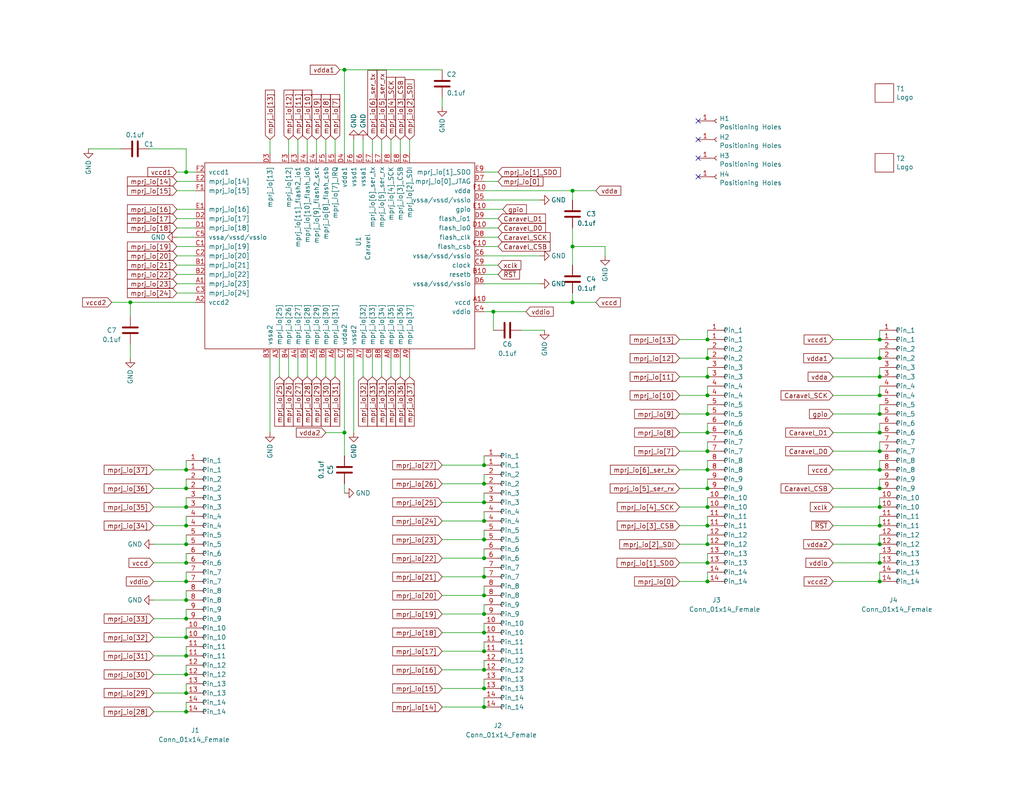
<source format=kicad_sch>
(kicad_sch (version 20211123) (generator eeschema)
  (paper "A")
  (lib_symbols
    (symbol "Caravel:Logo" (pin_names (offset 1.016))
      (property "Reference" "T" (at -1.27 2.54 0))
      (property "Value" "Logo" (at 1.27 -1.27 0))
      (symbol "Logo_0_1"
        (rectangle (start -1.27 1.27) (end 3.81 -3.81))
      )
    )
    (symbol "Caravel_board:Caravel_WCSP" (pin_names (offset 1.016))
      (property "Reference" "U" (at 0 2.54 0))
      (property "Value" "Caravel_WCSP" (at 0 -2.54 0))
      (symbol "Caravel_WCSP_0_1"
        (rectangle (start -24.13 31.75) (end 26.67 -41.91))
      )
      (symbol "Caravel_WCSP_1_1"
        (pin bidirectional line (at -6.35 34.29 270) (length 2.54) (name "mprj_io[23]") (number "A1"))
        (pin power_in line (at -11.43 -44.45 90) (length 2.54) (name "vccd") (number "A10"))
        (pin power_in line (at -11.43 34.29 270) (length 2.54) (name "vccd2") (number "A2"))
        (pin bidirectional line (at -26.67 11.43 0) (length 2.54) (name "mprj_io[25]") (number "A3"))
        (pin bidirectional line (at -26.67 6.35 0) (length 2.54) (name "mprj_io[27]") (number "A4"))
        (pin bidirectional line (at -26.67 1.27 0) (length 2.54) (name "mprj_io[29]") (number "A5"))
        (pin bidirectional line (at -26.67 -3.81 0) (length 2.54) (name "mprj_io[31]") (number "A6"))
        (pin bidirectional line (at -26.67 -11.43 0) (length 2.54) (name "mprj_io[32]") (number "A7"))
        (pin bidirectional line (at -26.67 -19.05 0) (length 2.54) (name "mprj_io[35]") (number "A8"))
        (pin bidirectional line (at -26.67 -24.13 0) (length 2.54) (name "mprj_io[37]") (number "A9"))
        (pin bidirectional line (at -1.27 34.29 270) (length 2.54) (name "mprj_io[21]") (number "B1"))
        (pin input line (at -3.81 -44.45 90) (length 2.54) (name "resetb") (number "B10"))
        (pin bidirectional line (at -3.81 34.29 270) (length 2.54) (name "mprj_io[22]") (number "B2"))
        (pin power_in line (at -26.67 13.97 0) (length 2.54) (name "vssa2") (number "B3"))
        (pin bidirectional line (at -26.67 8.89 0) (length 2.54) (name "mprj_io[26]") (number "B4"))
        (pin bidirectional line (at -26.67 3.81 0) (length 2.54) (name "mprj_io[28]") (number "B5"))
        (pin bidirectional line (at -26.67 -1.27 0) (length 2.54) (name "mprj_io[30]") (number "B6"))
        (pin power_in line (at -26.67 -8.89 0) (length 2.54) (name "vssd2") (number "B7"))
        (pin bidirectional line (at -26.67 -16.51 0) (length 2.54) (name "mprj_io[34]") (number "B8"))
        (pin bidirectional line (at -26.67 -21.59 0) (length 2.54) (name "mprj_io[36]") (number "B9"))
        (pin bidirectional line (at 3.81 34.29 270) (length 2.54) (name "mprj_io[19]") (number "C1"))
        (pin output line (at 3.81 -44.45 90) (length 2.54) (name "flash_csb") (number "C10"))
        (pin bidirectional line (at 1.27 34.29 270) (length 2.54) (name "mprj_io[20]") (number "C2"))
        (pin bidirectional line (at -8.89 34.29 270) (length 2.54) (name "mprj_io[24]") (number "C3"))
        (pin power_in line (at -13.97 -44.45 90) (length 2.54) (name "vddio") (number "C4"))
        (pin power_in line (at 6.35 34.29 270) (length 2.54) (name "vssa/vssd/vssio") (number "C5"))
        (pin power_in line (at 1.27 -44.45 90) (length 2.54) (name "vssa/vssd/vssio") (number "C6"))
        (pin power_in line (at -26.67 -6.35 0) (length 2.54) (name "vdda2") (number "C7"))
        (pin bidirectional line (at -26.67 -13.97 0) (length 2.54) (name "mprj_io[33]") (number "C8"))
        (pin input line (at -1.27 -44.45 90) (length 2.54) (name "clock") (number "C9"))
        (pin bidirectional line (at 8.89 34.29 270) (length 2.54) (name "mprj_io[18]") (number "D1"))
        (pin bidirectional line (at 8.89 -44.45 90) (length 2.54) (name "flash_io0") (number "D10"))
        (pin bidirectional line (at 11.43 34.29 270) (length 2.54) (name "mprj_io[17]") (number "D2"))
        (pin bidirectional line (at 29.21 13.97 180) (length 2.54) (name "mprj_io[13]") (number "D3"))
        (pin power_in line (at 29.21 -6.35 180) (length 2.54) (name "vdda1") (number "D4"))
        (pin power_in line (at 16.51 -44.45 90) (length 2.54) (name "vssa/vssd/vssio") (number "D5"))
        (pin power_in line (at -6.35 -44.45 90) (length 2.54) (name "vssa/vssd/vssio") (number "D6"))
        (pin bidirectional line (at 21.59 -44.45 90) (length 2.54) (name "mprj_io[0]_JTAG") (number "D7"))
        (pin output line (at 6.35 -44.45 90) (length 2.54) (name "flash_clk") (number "D8"))
        (pin bidirectional line (at 11.43 -44.45 90) (length 2.54) (name "flash_io1") (number "D9"))
        (pin bidirectional line (at 13.97 34.29 270) (length 2.54) (name "mprj_io[16]") (number "E1"))
        (pin bidirectional line (at 13.97 -44.45 90) (length 2.54) (name "gpio") (number "E10"))
        (pin bidirectional line (at 21.59 34.29 270) (length 2.54) (name "mprj_io[14]") (number "E2"))
        (pin bidirectional line (at 29.21 6.35 180) (length 2.54) (name "mprj_io[11]_flash2_io1") (number "E3"))
        (pin bidirectional line (at 29.21 1.27 180) (length 2.54) (name "mprj_io[9]_flash2_sck") (number "E4"))
        (pin bidirectional line (at 29.21 -3.81 180) (length 2.54) (name "mprj_io[7]_IRQ") (number "E5"))
        (pin power_in line (at 29.21 -11.43 180) (length 2.54) (name "vssa1") (number "E6"))
        (pin bidirectional line (at 29.21 -16.51 180) (length 2.54) (name "mprj_io[5]_ser_rx") (number "E7"))
        (pin bidirectional line (at 29.21 -21.59 180) (length 2.54) (name "mprj_io[3]_CSB") (number "E8"))
        (pin bidirectional line (at 24.13 -44.45 90) (length 2.54) (name "mprj_io[1]_SDO") (number "E9"))
        (pin bidirectional line (at 19.05 34.29 270) (length 2.54) (name "mprj_io[15]") (number "F1"))
        (pin power_in line (at 19.05 -44.45 90) (length 2.54) (name "vdda") (number "F10"))
        (pin power_in line (at 24.13 34.29 270) (length 2.54) (name "vccd1") (number "F2"))
        (pin bidirectional line (at 29.21 8.89 180) (length 2.54) (name "mprj_io[12]") (number "F3"))
        (pin bidirectional line (at 29.21 3.81 180) (length 2.54) (name "mprj_io[10]_flash_io0") (number "F4"))
        (pin bidirectional line (at 29.21 -1.27 180) (length 2.54) (name "mprj_io[8]_flash_csb") (number "F5"))
        (pin power_in line (at 29.21 -8.89 180) (length 2.54) (name "vssd1") (number "F6"))
        (pin bidirectional line (at 29.21 -13.97 180) (length 2.54) (name "mprj_io[6]_ser_tx") (number "F7"))
        (pin bidirectional line (at 29.21 -19.05 180) (length 2.54) (name "mprj_io[4]_SCK") (number "F8"))
        (pin bidirectional line (at 29.21 -24.13 180) (length 2.54) (name "mprj_io[2]_SDI") (number "F9"))
      )
    )
    (symbol "Caravel_board:caravel_breakout_connectors_1x14"
      (property "Reference" "J" (at 0 -30.48 0))
      (property "Value" "caravel_breakout_connectors_1x14" (at 0 0 0))
      (symbol "caravel_breakout_connectors_1x14_1_1"
        (arc (start 0 -32.512) (mid -0.508 -33.02) (end 0 -33.528) (stroke (width 0.1524)))
        (arc (start 0 -29.972) (mid -0.508 -30.48) (end 0 -30.988) (stroke (width 0.1524)))
        (arc (start 0 -27.432) (mid -0.508 -27.94) (end 0 -28.448) (stroke (width 0.1524)))
        (arc (start 0 -24.892) (mid -0.508 -25.4) (end 0 -25.908) (stroke (width 0.1524)))
        (arc (start 0 -22.352) (mid -0.508 -22.86) (end 0 -23.368) (stroke (width 0.1524)))
        (arc (start 0 -19.812) (mid -0.508 -20.32) (end 0 -20.828) (stroke (width 0.1524)))
        (arc (start 0 -17.272) (mid -0.508 -17.78) (end 0 -18.288) (stroke (width 0.1524)))
        (arc (start 0 -14.732) (mid -0.508 -15.24) (end 0 -15.748) (stroke (width 0.1524)))
        (arc (start 0 -12.192) (mid -0.508 -12.7) (end 0 -13.208) (stroke (width 0.1524)))
        (arc (start 0 -9.652) (mid -0.508 -10.16) (end 0 -10.668) (stroke (width 0.1524)))
        (arc (start 0 -7.112) (mid -0.508 -7.62) (end 0 -8.128) (stroke (width 0.1524)))
        (arc (start 0 -4.572) (mid -0.508 -5.08) (end 0 -5.588) (stroke (width 0.1524)))
        (arc (start 0 -2.032) (mid -0.508 -2.54) (end 0 -3.048) (stroke (width 0.1524)))
        (polyline (pts (xy -1.27 -33.02) (xy -0.508 -33.02)) (stroke (width 0.1524)))
        (polyline (pts (xy -1.27 -30.48) (xy -0.508 -30.48)) (stroke (width 0.1524)))
        (polyline (pts (xy -1.27 -27.94) (xy -0.508 -27.94)) (stroke (width 0.1524)))
        (polyline (pts (xy -1.27 -25.4) (xy -0.508 -25.4)) (stroke (width 0.1524)))
        (polyline (pts (xy -1.27 -22.86) (xy -0.508 -22.86)) (stroke (width 0.1524)))
        (polyline (pts (xy -1.27 -20.32) (xy -0.508 -20.32)) (stroke (width 0.1524)))
        (polyline (pts (xy -1.27 -17.78) (xy -0.508 -17.78)) (stroke (width 0.1524)))
        (polyline (pts (xy -1.27 -15.24) (xy -0.508 -15.24)) (stroke (width 0.1524)))
        (polyline (pts (xy -1.27 -12.7) (xy -0.508 -12.7)) (stroke (width 0.1524)))
        (polyline (pts (xy -1.27 -10.16) (xy -0.508 -10.16)) (stroke (width 0.1524)))
        (polyline (pts (xy -1.27 -7.62) (xy -0.508 -7.62)) (stroke (width 0.1524)))
        (polyline (pts (xy -1.27 -5.08) (xy -0.508 -5.08)) (stroke (width 0.1524)))
        (polyline (pts (xy -1.27 -2.54) (xy -0.508 -2.54)) (stroke (width 0.1524)))
        (polyline (pts (xy -1.27 0) (xy -0.508 0)) (stroke (width 0.1524)))
        (polyline (pts (xy -1.27 2.54) (xy -0.508 2.54)) (stroke (width 0.1524)))
        (polyline (pts (xy -1.27 5.08) (xy -0.508 5.08)) (stroke (width 0.1524)))
        (polyline (pts (xy -1.27 7.62) (xy -0.508 7.62)) (stroke (width 0.1524)))
        (polyline (pts (xy -1.27 10.16) (xy -0.508 10.16)) (stroke (width 0.1524)))
        (polyline (pts (xy -1.27 12.7) (xy -0.508 12.7)) (stroke (width 0.1524)))
        (polyline (pts (xy -1.27 15.24) (xy -0.508 15.24)) (stroke (width 0.1524)))
        (polyline (pts (xy -1.27 17.78) (xy -0.508 17.78)) (stroke (width 0.1524)))
        (polyline (pts (xy -1.27 20.32) (xy -0.508 20.32)) (stroke (width 0.1524)))
        (polyline (pts (xy -1.27 22.86) (xy -0.508 22.86)) (stroke (width 0.1524)))
        (polyline (pts (xy -1.27 25.4) (xy -0.508 25.4)) (stroke (width 0.1524)))
        (polyline (pts (xy -1.27 27.94) (xy -0.508 27.94)) (stroke (width 0.1524)))
        (polyline (pts (xy -1.27 30.48) (xy -0.508 30.48)) (stroke (width 0.1524)))
        (polyline (pts (xy -1.27 33.02) (xy -0.508 33.02)) (stroke (width 0.1524)))
        (polyline (pts (xy -1.27 35.56) (xy -0.508 35.56)) (stroke (width 0.1524)))
        (arc (start 0 0.508) (mid -0.508 0) (end 0 -0.508) (stroke (width 0.1524)))
        (arc (start 0 3.048) (mid -0.508 2.54) (end 0 2.032) (stroke (width 0.1524)))
        (arc (start 0 5.588) (mid -0.508 5.08) (end 0 4.572) (stroke (width 0.1524)))
        (arc (start 0 8.128) (mid -0.508 7.62) (end 0 7.112) (stroke (width 0.1524)))
        (arc (start 0 10.668) (mid -0.508 10.16) (end 0 9.652) (stroke (width 0.1524)))
        (arc (start 0 13.208) (mid -0.508 12.7) (end 0 12.192) (stroke (width 0.1524)))
        (arc (start 0 15.748) (mid -0.508 15.24) (end 0 14.732) (stroke (width 0.1524)))
        (arc (start 0 18.288) (mid -0.508 17.78) (end 0 17.272) (stroke (width 0.1524)))
        (arc (start 0 20.828) (mid -0.508 20.32) (end 0 19.812) (stroke (width 0.1524)))
        (arc (start 0 23.368) (mid -0.508 22.86) (end 0 22.352) (stroke (width 0.1524)))
        (arc (start 0 25.908) (mid -0.508 25.4) (end 0 24.892) (stroke (width 0.1524)))
        (arc (start 0 28.448) (mid -0.508 27.94) (end 0 27.432) (stroke (width 0.1524)))
        (arc (start 0 30.988) (mid -0.508 30.48) (end 0 29.972) (stroke (width 0.1524)))
        (arc (start 0 33.528) (mid -0.508 33.02) (end 0 32.512) (stroke (width 0.1524)))
        (arc (start 0 36.068) (mid -0.508 35.56) (end 0 35.052) (stroke (width 0.1524)))
        (pin passive line (at -5.08 33.02 0) (length 3.81) (name "Pin_1") (number "1"))
        (pin passive line (at -5.08 35.56 0) (length 3.81) (name "Pin_1") (number "1"))
        (pin passive line (at -5.08 -12.7 0) (length 3.81) (name "Pin_10") (number "10"))
        (pin passive line (at -5.08 -10.16 0) (length 3.81) (name "Pin_10") (number "10"))
        (pin passive line (at -5.08 -17.78 0) (length 3.81) (name "Pin_11") (number "11"))
        (pin passive line (at -5.08 -15.24 0) (length 3.81) (name "Pin_11") (number "11"))
        (pin passive line (at -5.08 -22.86 0) (length 3.81) (name "Pin_12") (number "12"))
        (pin passive line (at -5.08 -20.32 0) (length 3.81) (name "Pin_12") (number "12"))
        (pin passive line (at -5.08 -27.94 0) (length 3.81) (name "Pin_13") (number "13"))
        (pin passive line (at -5.08 -25.4 0) (length 3.81) (name "Pin_13") (number "13"))
        (pin passive line (at -5.08 -33.02 0) (length 3.81) (name "Pin_14") (number "14"))
        (pin passive line (at -5.08 -30.48 0) (length 3.81) (name "Pin_14") (number "14"))
        (pin passive line (at -5.08 27.94 0) (length 3.81) (name "Pin_2") (number "2"))
        (pin passive line (at -5.08 30.48 0) (length 3.81) (name "Pin_2") (number "2"))
        (pin passive line (at -5.08 22.86 0) (length 3.81) (name "Pin_3") (number "3"))
        (pin passive line (at -5.08 25.4 0) (length 3.81) (name "Pin_3") (number "3"))
        (pin passive line (at -5.08 17.78 0) (length 3.81) (name "Pin_4") (number "4"))
        (pin passive line (at -5.08 20.32 0) (length 3.81) (name "Pin_4") (number "4"))
        (pin passive line (at -5.08 12.7 0) (length 3.81) (name "Pin_5") (number "5"))
        (pin passive line (at -5.08 15.24 0) (length 3.81) (name "Pin_5") (number "5"))
        (pin passive line (at -5.08 7.62 0) (length 3.81) (name "Pin_6") (number "6"))
        (pin passive line (at -5.08 10.16 0) (length 3.81) (name "Pin_6") (number "6"))
        (pin passive line (at -5.08 2.54 0) (length 3.81) (name "Pin_7") (number "7"))
        (pin passive line (at -5.08 5.08 0) (length 3.81) (name "Pin_7") (number "7"))
        (pin passive line (at -5.08 -2.54 0) (length 3.81) (name "Pin_8") (number "8"))
        (pin passive line (at -5.08 0 0) (length 3.81) (name "Pin_8") (number "8"))
        (pin passive line (at -5.08 -7.62 0) (length 3.81) (name "Pin_9") (number "9"))
        (pin passive line (at -5.08 -5.08 0) (length 3.81) (name "Pin_9") (number "9"))
      )
    )
    (symbol "Connector:Conn_01x01_Female" (pin_names (offset 1.016) hide)
      (property "Reference" "J" (at 0 2.54 0))
      (property "Value" "Conn_01x01_Female" (at 0 -2.54 0))
      (symbol "Conn_01x01_Female_1_1"
        (polyline (pts (xy -1.27 0) (xy -0.508 0)) (stroke (width 0.1524)))
        (arc (start 0 0.508) (mid -0.508 0) (end 0 -0.508) (stroke (width 0.1524)))
        (pin passive line (at -5.08 0 0) (length 3.81) (name "Pin_1") (number "1"))
      )
    )
    (symbol "Device:C" (pin_numbers hide) (pin_names (offset 0.254))
      (property "Reference" "C" (at 0.635 2.54 0))
      (property "Value" "C" (at 0.635 -2.54 0))
      (symbol "C_0_1"
        (polyline (pts (xy -2.032 -0.762) (xy 2.032 -0.762)) (stroke (width 0.508)))
        (polyline (pts (xy -2.032 0.762) (xy 2.032 0.762)) (stroke (width 0.508)))
      )
      (symbol "C_1_1"
        (pin passive line (at 0 3.81 270) (length 2.794) (name "~") (number "1"))
        (pin passive line (at 0 -3.81 90) (length 2.794) (name "~") (number "2"))
      )
    )
    (symbol "power:GND" (power) (pin_names (offset 0))
      (property "Value" "GND" (at 0 -3.81 0))
      (symbol "GND_0_1"
        (polyline (pts (xy 0 0) (xy 0 -1.27) (xy 1.27 -1.27) (xy 0 -2.54) (xy -1.27 -1.27) (xy 0 -1.27)))
      )
      (symbol "GND_1_1"
        (pin power_in line (at 0 0 270) (length 0) hide (name "GND") (number "1"))
      )
    )
  )
  (junction (at 193.04 158.75))
  (junction (at 240.03 107.95))
  (junction (at 132.08 142.24))
  (junction (at 50.8 189.23))
  (junction (at 50.8 158.75))
  (junction (at 193.04 107.95))
  (junction (at 50.8 143.51))
  (junction (at 193.04 123.19))
  (junction (at 193.04 153.67))
  (junction (at 156.21 67.31))
  (junction (at 50.8 168.91))
  (junction (at 240.03 148.59))
  (junction (at 240.03 113.03))
  (junction (at 240.03 118.11))
  (junction (at 50.8 153.67))
  (junction (at 132.08 147.32))
  (junction (at 132.08 172.72))
  (junction (at 132.08 132.08))
  (junction (at 240.03 92.71))
  (junction (at 193.04 118.11))
  (junction (at 240.03 123.19))
  (junction (at 132.08 127))
  (junction (at 193.04 92.71))
  (junction (at 132.08 157.48))
  (junction (at 35.56 82.55))
  (junction (at 50.8 128.27))
  (junction (at 132.08 177.8))
  (junction (at 240.03 133.35))
  (junction (at 132.08 167.64))
  (junction (at 132.08 152.4))
  (junction (at 240.03 158.75))
  (junction (at 132.08 162.56))
  (junction (at 132.08 193.04))
  (junction (at 193.04 128.27))
  (junction (at 50.8 46.99))
  (junction (at 156.21 82.55))
  (junction (at 240.03 153.67))
  (junction (at 50.8 163.83))
  (junction (at 240.03 138.43))
  (junction (at 193.04 102.87))
  (junction (at 240.03 102.87))
  (junction (at 50.8 184.15))
  (junction (at 240.03 143.51))
  (junction (at 93.98 118.11))
  (junction (at 240.03 128.27))
  (junction (at 193.04 148.59))
  (junction (at 193.04 113.03))
  (junction (at 132.08 187.96))
  (junction (at 240.03 97.79))
  (junction (at 93.98 19.05))
  (junction (at 50.8 133.35))
  (junction (at 193.04 133.35))
  (junction (at 156.21 52.07))
  (junction (at 132.08 137.16))
  (junction (at 50.8 179.07))
  (junction (at 50.8 148.59))
  (junction (at 132.08 182.88))
  (junction (at 193.04 138.43))
  (junction (at 50.8 173.99))
  (junction (at 50.8 138.43))
  (junction (at 193.04 97.79))
  (junction (at 193.04 143.51))
  (junction (at 50.8 194.31))
  (junction (at 134.62 85.09))
  (no_connect (at 190.5 43.18))
  (no_connect (at 190.5 48.26))
  (no_connect (at 190.5 38.1))
  (no_connect (at 190.5 33.02))
  (wire (pts (xy 132.08 147.32) (xy 132.08 144.78)))
  (wire (pts (xy 50.8 138.43) (xy 50.8 135.89)))
  (wire (pts (xy 240.03 90.17) (xy 240.03 92.71)))
  (wire (pts (xy 156.21 82.55) (xy 132.08 82.55)))
  (wire (pts (xy 240.03 110.49) (xy 240.03 113.03)))
  (wire (pts (xy 193.04 102.87) (xy 193.04 100.33)))
  (wire (pts (xy 132.08 187.96) (xy 120.65 187.96)))
  (wire (pts (xy 185.42 92.71) (xy 193.04 92.71)))
  (wire (pts (xy 135.89 49.53) (xy 132.08 49.53)))
  (wire (pts (xy 193.04 140.97) (xy 193.04 143.51)))
  (wire (pts (xy 50.8 158.75) (xy 41.91 158.75)))
  (wire (pts (xy 156.21 52.07) (xy 156.21 54.61)))
  (wire (pts (xy 193.04 135.89) (xy 193.04 138.43)))
  (wire (pts (xy 50.8 168.91) (xy 50.8 166.37)))
  (wire (pts (xy 120.65 127) (xy 132.08 127)))
  (wire (pts (xy 109.22 38.1) (xy 109.22 41.91)))
  (wire (pts (xy 78.74 102.87) (xy 78.74 97.79)))
  (wire (pts (xy 193.04 113.03) (xy 193.04 110.49)))
  (wire (pts (xy 88.9 38.1) (xy 88.9 41.91)))
  (wire (pts (xy 53.34 80.01) (xy 48.26 80.01)))
  (wire (pts (xy 83.82 38.1) (xy 83.82 41.91)))
  (wire (pts (xy 73.66 38.1) (xy 73.66 41.91)))
  (wire (pts (xy 35.56 93.98) (xy 35.56 97.79)))
  (wire (pts (xy 193.04 125.73) (xy 193.04 128.27)))
  (wire (pts (xy 35.56 82.55) (xy 53.34 82.55)))
  (wire (pts (xy 50.8 189.23) (xy 50.8 186.69)))
  (wire (pts (xy 227.33 138.43) (xy 240.03 138.43)))
  (wire (pts (xy 135.89 64.77) (xy 132.08 64.77)))
  (wire (pts (xy 88.9 102.87) (xy 88.9 97.79)))
  (wire (pts (xy 83.82 102.87) (xy 83.82 97.79)))
  (wire (pts (xy 185.42 133.35) (xy 193.04 133.35)))
  (wire (pts (xy 134.62 85.09) (xy 134.62 90.17)))
  (wire (pts (xy 240.03 130.81) (xy 240.03 133.35)))
  (wire (pts (xy 50.8 128.27) (xy 50.8 125.73)))
  (wire (pts (xy 78.74 38.1) (xy 78.74 41.91)))
  (wire (pts (xy 50.8 153.67) (xy 41.91 153.67)))
  (wire (pts (xy 104.14 38.1) (xy 104.14 41.91)))
  (wire (pts (xy 185.42 148.59) (xy 193.04 148.59)))
  (wire (pts (xy 240.03 105.41) (xy 240.03 107.95)))
  (wire (pts (xy 50.8 163.83) (xy 41.91 163.83)))
  (wire (pts (xy 132.08 157.48) (xy 120.65 157.48)))
  (wire (pts (xy 41.91 189.23) (xy 50.8 189.23)))
  (wire (pts (xy 227.33 97.79) (xy 240.03 97.79)))
  (wire (pts (xy 50.8 194.31) (xy 50.8 191.77)))
  (wire (pts (xy 240.03 146.05) (xy 240.03 148.59)))
  (wire (pts (xy 148.59 90.17) (xy 142.24 90.17)))
  (wire (pts (xy 227.33 133.35) (xy 240.03 133.35)))
  (wire (pts (xy 227.33 128.27) (xy 240.03 128.27)))
  (wire (pts (xy 227.33 102.87) (xy 240.03 102.87)))
  (wire (pts (xy 193.04 115.57) (xy 193.04 118.11)))
  (wire (pts (xy 50.8 148.59) (xy 41.91 148.59)))
  (wire (pts (xy 106.68 38.1) (xy 106.68 41.91)))
  (wire (pts (xy 185.42 153.67) (xy 193.04 153.67)))
  (wire (pts (xy 134.62 85.09) (xy 132.08 85.09)))
  (wire (pts (xy 132.08 167.64) (xy 132.08 165.1)))
  (wire (pts (xy 165.1 67.31) (xy 165.1 69.85)))
  (wire (pts (xy 41.91 138.43) (xy 50.8 138.43)))
  (wire (pts (xy 120.65 142.24) (xy 132.08 142.24)))
  (wire (pts (xy 132.08 152.4) (xy 132.08 149.86)))
  (wire (pts (xy 48.26 46.99) (xy 50.8 46.99)))
  (wire (pts (xy 41.91 128.27) (xy 50.8 128.27)))
  (wire (pts (xy 50.8 173.99) (xy 50.8 171.45)))
  (wire (pts (xy 240.03 135.89) (xy 240.03 138.43)))
  (wire (pts (xy 132.08 167.64) (xy 120.65 167.64)))
  (wire (pts (xy 53.34 69.85) (xy 48.26 69.85)))
  (wire (pts (xy 50.8 46.99) (xy 50.8 40.64)))
  (wire (pts (xy 134.62 85.09) (xy 143.51 85.09)))
  (wire (pts (xy 50.8 133.35) (xy 41.91 133.35)))
  (wire (pts (xy 50.8 179.07) (xy 50.8 176.53)))
  (wire (pts (xy 193.04 120.65) (xy 193.04 123.19)))
  (wire (pts (xy 227.33 118.11) (xy 240.03 118.11)))
  (wire (pts (xy 193.04 151.13) (xy 193.04 153.67)))
  (wire (pts (xy 93.98 19.05) (xy 92.71 19.05)))
  (wire (pts (xy 53.34 49.53) (xy 48.26 49.53)))
  (wire (pts (xy 193.04 97.79) (xy 193.04 95.25)))
  (wire (pts (xy 135.89 67.31) (xy 132.08 67.31)))
  (wire (pts (xy 240.03 125.73) (xy 240.03 128.27)))
  (wire (pts (xy 96.52 41.91) (xy 96.52 38.1)))
  (wire (pts (xy 50.8 184.15) (xy 50.8 181.61)))
  (wire (pts (xy 193.04 156.21) (xy 193.04 158.75)))
  (wire (pts (xy 156.21 67.31) (xy 165.1 67.31)))
  (wire (pts (xy 193.04 92.71) (xy 193.04 90.17)))
  (wire (pts (xy 240.03 140.97) (xy 240.03 143.51)))
  (wire (pts (xy 104.14 102.87) (xy 104.14 97.79)))
  (wire (pts (xy 185.42 128.27) (xy 193.04 128.27)))
  (wire (pts (xy 132.08 127) (xy 132.08 124.46)))
  (wire (pts (xy 147.32 69.85) (xy 132.08 69.85)))
  (wire (pts (xy 132.08 142.24) (xy 132.08 139.7)))
  (wire (pts (xy 132.08 182.88) (xy 132.08 180.34)))
  (wire (pts (xy 147.32 77.47) (xy 132.08 77.47)))
  (wire (pts (xy 132.08 52.07) (xy 156.21 52.07)))
  (wire (pts (xy 53.34 62.23) (xy 48.26 62.23)))
  (wire (pts (xy 48.26 64.77) (xy 53.34 64.77)))
  (wire (pts (xy 86.36 102.87) (xy 86.36 97.79)))
  (wire (pts (xy 48.26 52.07) (xy 53.34 52.07)))
  (wire (pts (xy 147.32 54.61) (xy 132.08 54.61)))
  (wire (pts (xy 185.42 97.79) (xy 193.04 97.79)))
  (wire (pts (xy 50.8 46.99) (xy 53.34 46.99)))
  (wire (pts (xy 193.04 130.81) (xy 193.04 133.35)))
  (wire (pts (xy 185.42 138.43) (xy 193.04 138.43)))
  (wire (pts (xy 132.08 132.08) (xy 132.08 129.54)))
  (wire (pts (xy 53.34 59.69) (xy 48.26 59.69)))
  (wire (pts (xy 185.42 113.03) (xy 193.04 113.03)))
  (wire (pts (xy 135.89 59.69) (xy 132.08 59.69)))
  (wire (pts (xy 50.8 143.51) (xy 50.8 140.97)))
  (wire (pts (xy 132.08 137.16) (xy 132.08 134.62)))
  (wire (pts (xy 137.16 57.15) (xy 132.08 57.15)))
  (wire (pts (xy 93.98 19.05) (xy 120.65 19.05)))
  (wire (pts (xy 227.33 148.59) (xy 240.03 148.59)))
  (wire (pts (xy 53.34 77.47) (xy 48.26 77.47)))
  (wire (pts (xy 86.36 38.1) (xy 86.36 41.91)))
  (wire (pts (xy 50.8 163.83) (xy 50.8 161.29)))
  (wire (pts (xy 50.8 133.35) (xy 50.8 130.81)))
  (wire (pts (xy 185.42 143.51) (xy 193.04 143.51)))
  (wire (pts (xy 135.89 74.93) (xy 132.08 74.93)))
  (wire (pts (xy 93.98 118.11) (xy 88.9 118.11)))
  (wire (pts (xy 185.42 107.95) (xy 193.04 107.95)))
  (wire (pts (xy 93.98 19.05) (xy 93.98 41.91)))
  (wire (pts (xy 240.03 156.21) (xy 240.03 158.75)))
  (wire (pts (xy 109.22 102.87) (xy 109.22 97.79)))
  (wire (pts (xy 81.28 38.1) (xy 81.28 41.91)))
  (wire (pts (xy 132.08 162.56) (xy 132.08 160.02)))
  (wire (pts (xy 35.56 82.55) (xy 30.48 82.55)))
  (wire (pts (xy 135.89 46.99) (xy 132.08 46.99)))
  (wire (pts (xy 53.34 74.93) (xy 48.26 74.93)))
  (wire (pts (xy 132.08 177.8) (xy 120.65 177.8)))
  (wire (pts (xy 240.03 95.25) (xy 240.03 97.79)))
  (wire (pts (xy 91.44 102.87) (xy 91.44 97.79)))
  (wire (pts (xy 53.34 72.39) (xy 48.26 72.39)))
  (wire (pts (xy 132.08 147.32) (xy 120.65 147.32)))
  (wire (pts (xy 240.03 115.57) (xy 240.03 118.11)))
  (wire (pts (xy 240.03 100.33) (xy 240.03 102.87)))
  (wire (pts (xy 50.8 40.64) (xy 40.64 40.64)))
  (wire (pts (xy 132.08 172.72) (xy 120.65 172.72)))
  (wire (pts (xy 227.33 113.03) (xy 240.03 113.03)))
  (wire (pts (xy 93.98 118.11) (xy 93.98 97.79)))
  (wire (pts (xy 93.98 124.46) (xy 93.98 118.11)))
  (wire (pts (xy 227.33 107.95) (xy 240.03 107.95)))
  (wire (pts (xy 81.28 102.87) (xy 81.28 97.79)))
  (wire (pts (xy 227.33 92.71) (xy 240.03 92.71)))
  (wire (pts (xy 132.08 157.48) (xy 132.08 154.94)))
  (wire (pts (xy 227.33 143.51) (xy 240.03 143.51)))
  (wire (pts (xy 156.21 67.31) (xy 156.21 72.39)))
  (wire (pts (xy 120.65 132.08) (xy 132.08 132.08)))
  (wire (pts (xy 50.8 148.59) (xy 50.8 146.05)))
  (wire (pts (xy 41.91 184.15) (xy 50.8 184.15)))
  (wire (pts (xy 35.56 82.55) (xy 35.56 86.36)))
  (wire (pts (xy 76.2 102.87) (xy 76.2 97.79)))
  (wire (pts (xy 50.8 153.67) (xy 50.8 151.13)))
  (wire (pts (xy 135.89 72.39) (xy 132.08 72.39)))
  (wire (pts (xy 132.08 193.04) (xy 132.08 190.5)))
  (wire (pts (xy 41.91 194.31) (xy 50.8 194.31)))
  (wire (pts (xy 185.42 118.11) (xy 193.04 118.11)))
  (wire (pts (xy 111.76 102.87) (xy 111.76 97.79)))
  (wire (pts (xy 41.91 173.99) (xy 50.8 173.99)))
  (wire (pts (xy 132.08 137.16) (xy 120.65 137.16)))
  (wire (pts (xy 162.56 82.55) (xy 156.21 82.55)))
  (wire (pts (xy 120.65 29.21) (xy 120.65 26.67)))
  (wire (pts (xy 156.21 62.23) (xy 156.21 67.31)))
  (wire (pts (xy 101.6 102.87) (xy 101.6 97.79)))
  (wire (pts (xy 101.6 38.1) (xy 101.6 41.91)))
  (wire (pts (xy 185.42 102.87) (xy 193.04 102.87)))
  (wire (pts (xy 93.98 132.08) (xy 93.98 134.62)))
  (wire (pts (xy 185.42 158.75) (xy 193.04 158.75)))
  (wire (pts (xy 132.08 177.8) (xy 132.08 175.26)))
  (wire (pts (xy 240.03 120.65) (xy 240.03 123.19)))
  (wire (pts (xy 50.8 158.75) (xy 50.8 156.21)))
  (wire (pts (xy 227.33 123.19) (xy 240.03 123.19)))
  (wire (pts (xy 96.52 118.11) (xy 96.52 97.79)))
  (wire (pts (xy 193.04 107.95) (xy 193.04 105.41)))
  (wire (pts (xy 240.03 158.75) (xy 227.33 158.75)))
  (wire (pts (xy 99.06 102.87) (xy 99.06 97.79)))
  (wire (pts (xy 193.04 146.05) (xy 193.04 148.59)))
  (wire (pts (xy 227.33 153.67) (xy 240.03 153.67)))
  (wire (pts (xy 41.91 179.07) (xy 50.8 179.07)))
  (wire (pts (xy 240.03 151.13) (xy 240.03 153.67)))
  (wire (pts (xy 106.68 102.87) (xy 106.68 97.79)))
  (wire (pts (xy 132.08 172.72) (xy 132.08 170.18)))
  (wire (pts (xy 120.65 152.4) (xy 132.08 152.4)))
  (wire (pts (xy 111.76 41.91) (xy 111.76 38.1)))
  (wire (pts (xy 24.13 40.64) (xy 33.02 40.64)))
  (wire (pts (xy 162.56 52.07) (xy 156.21 52.07)))
  (wire (pts (xy 73.66 118.11) (xy 73.66 97.79)))
  (wire (pts (xy 53.34 57.15) (xy 48.26 57.15)))
  (wire (pts (xy 41.91 143.51) (xy 50.8 143.51)))
  (wire (pts (xy 185.42 123.19) (xy 193.04 123.19)))
  (wire (pts (xy 41.91 168.91) (xy 50.8 168.91)))
  (wire (pts (xy 132.08 193.04) (xy 120.65 193.04)))
  (wire (pts (xy 132.08 182.88) (xy 120.65 182.88)))
  (wire (pts (xy 135.89 62.23) (xy 132.08 62.23)))
  (wire (pts (xy 53.34 67.31) (xy 48.26 67.31)))
  (wire (pts (xy 132.08 187.96) (xy 132.08 185.42)))
  (wire (pts (xy 132.08 162.56) (xy 120.65 162.56)))
  (wire (pts (xy 99.06 38.1) (xy 99.06 41.91)))
  (wire (pts (xy 91.44 38.1) (xy 91.44 41.91)))
  (wire (pts (xy 156.21 80.01) (xy 156.21 82.55)))
  (global_label "mprj_io[1]_SDO" (shape input) (at 135.89 46.99 0) (property "Intersheet References" "${INTERSHEET_REFS}" (effects hide)))
  (global_label "mprj_io[21]" (shape input) (at 120.65 157.48 180) (property "Intersheet References" "${INTERSHEET_REFS}" (effects hide)))
  (global_label "gpio" (shape input) (at 137.16 57.15 0) (property "Intersheet References" "${INTERSHEET_REFS}" (effects hide)))
  (global_label "mprj_io[17]" (shape input) (at 48.26 59.69 180) (property "Intersheet References" "${INTERSHEET_REFS}" (effects hide)))
  (global_label "mprj_io[32]" (shape input) (at 99.06 102.87 270) (property "Intersheet References" "${INTERSHEET_REFS}" (effects hide)))
  (global_label "vdda" (shape input) (at 227.33 102.87 180) (property "Intersheet References" "${INTERSHEET_REFS}" (effects hide)))
  (global_label "vddio" (shape input) (at 41.91 158.75 180) (property "Intersheet References" "${INTERSHEET_REFS}" (effects hide)))
  (global_label "mprj_io[1]_SDO" (shape input) (at 185.42 153.67 180) (property "Intersheet References" "${INTERSHEET_REFS}" (effects hide)))
  (global_label "mprj_io[35]" (shape input) (at 106.68 102.87 270) (property "Intersheet References" "${INTERSHEET_REFS}" (effects hide)))
  (global_label "mprj_io[37]" (shape input) (at 111.76 102.87 270) (property "Intersheet References" "${INTERSHEET_REFS}" (effects hide)))
  (global_label "vccd" (shape input) (at 227.33 128.27 180) (property "Intersheet References" "${INTERSHEET_REFS}" (effects hide)))
  (global_label "mprj_io[12]" (shape input) (at 78.74 38.1 90) (property "Intersheet References" "${INTERSHEET_REFS}" (effects hide)))
  (global_label "vccd" (shape input) (at 41.91 153.67 180) (property "Intersheet References" "${INTERSHEET_REFS}" (effects hide)))
  (global_label "mprj_io[33]" (shape input) (at 101.6 102.87 270) (property "Intersheet References" "${INTERSHEET_REFS}" (effects hide)))
  (global_label "mprj_io[3]_CSB" (shape input) (at 185.42 143.51 180) (property "Intersheet References" "${INTERSHEET_REFS}" (effects hide)))
  (global_label "vdda" (shape input) (at 162.56 52.07 0) (property "Intersheet References" "${INTERSHEET_REFS}" (effects hide)))
  (global_label "mprj_io[13]" (shape input) (at 73.66 38.1 90) (property "Intersheet References" "${INTERSHEET_REFS}" (effects hide)))
  (global_label "vccd1" (shape input) (at 227.33 92.71 180) (property "Intersheet References" "${INTERSHEET_REFS}" (effects hide)))
  (global_label "vccd1" (shape input) (at 48.26 46.99 180) (property "Intersheet References" "${INTERSHEET_REFS}" (effects hide)))
  (global_label "mprj_io[8]" (shape input) (at 88.9 38.1 90) (property "Intersheet References" "${INTERSHEET_REFS}" (effects hide)))
  (global_label "vddio" (shape input) (at 227.33 153.67 180) (property "Intersheet References" "${INTERSHEET_REFS}" (effects hide)))
  (global_label "mprj_io[28]" (shape input) (at 83.82 102.87 270) (property "Intersheet References" "${INTERSHEET_REFS}" (effects hide)))
  (global_label "mprj_io[24]" (shape input) (at 120.65 142.24 180) (property "Intersheet References" "${INTERSHEET_REFS}" (effects hide)))
  (global_label "mprj_io[34]" (shape input) (at 41.91 143.51 180) (property "Intersheet References" "${INTERSHEET_REFS}" (effects hide)))
  (global_label "~{RST}" (shape input) (at 227.33 143.51 180) (property "Intersheet References" "${INTERSHEET_REFS}" (effects hide)))
  (global_label "mprj_io[21]" (shape input) (at 48.26 72.39 180) (property "Intersheet References" "${INTERSHEET_REFS}" (effects hide)))
  (global_label "mprj_io[5]_ser_rx" (shape input) (at 104.14 38.1 90) (property "Intersheet References" "${INTERSHEET_REFS}" (effects hide)))
  (global_label "mprj_io[6]_ser_tx" (shape input) (at 185.42 128.27 180) (property "Intersheet References" "${INTERSHEET_REFS}" (effects hide)))
  (global_label "mprj_io[23]" (shape input) (at 120.65 147.32 180) (property "Intersheet References" "${INTERSHEET_REFS}" (effects hide)))
  (global_label "mprj_io[26]" (shape input) (at 78.74 102.87 270) (property "Intersheet References" "${INTERSHEET_REFS}" (effects hide)))
  (global_label "mprj_io[27]" (shape input) (at 120.65 127 180) (property "Intersheet References" "${INTERSHEET_REFS}" (effects hide)))
  (global_label "mprj_io[0]" (shape input) (at 135.89 49.53 0) (property "Intersheet References" "${INTERSHEET_REFS}" (effects hide)))
  (global_label "mprj_io[7]" (shape input) (at 91.44 38.1 90) (property "Intersheet References" "${INTERSHEET_REFS}" (effects hide)))
  (global_label "mprj_io[19]" (shape input) (at 48.26 67.31 180) (property "Intersheet References" "${INTERSHEET_REFS}" (effects hide)))
  (global_label "~{RST}" (shape input) (at 135.89 74.93 0) (property "Intersheet References" "${INTERSHEET_REFS}" (effects hide)))
  (global_label "mprj_io[3]_CSB" (shape input) (at 109.22 38.1 90) (property "Intersheet References" "${INTERSHEET_REFS}" (effects hide)))
  (global_label "mprj_io[29]" (shape input) (at 41.91 189.23 180) (property "Intersheet References" "${INTERSHEET_REFS}" (effects hide)))
  (global_label "mprj_io[27]" (shape input) (at 81.28 102.87 270) (property "Intersheet References" "${INTERSHEET_REFS}" (effects hide)))
  (global_label "gpio" (shape input) (at 227.33 113.03 180) (property "Intersheet References" "${INTERSHEET_REFS}" (effects hide)))
  (global_label "mprj_io[12]" (shape input) (at 185.42 97.79 180) (property "Intersheet References" "${INTERSHEET_REFS}" (effects hide)))
  (global_label "mprj_io[37]" (shape input) (at 41.91 128.27 180) (property "Intersheet References" "${INTERSHEET_REFS}" (effects hide)))
  (global_label "Caravel_CSB" (shape input) (at 227.33 133.35 180) (property "Intersheet References" "${INTERSHEET_REFS}" (effects hide)))
  (global_label "mprj_io[20]" (shape input) (at 120.65 162.56 180) (property "Intersheet References" "${INTERSHEET_REFS}" (effects hide)))
  (global_label "mprj_io[10]" (shape input) (at 185.42 107.95 180) (property "Intersheet References" "${INTERSHEET_REFS}" (effects hide)))
  (global_label "mprj_io[20]" (shape input) (at 48.26 69.85 180) (property "Intersheet References" "${INTERSHEET_REFS}" (effects hide)))
  (global_label "mprj_io[32]" (shape input) (at 41.91 173.99 180) (property "Intersheet References" "${INTERSHEET_REFS}" (effects hide)))
  (global_label "vccd2" (shape input) (at 227.33 158.75 180) (property "Intersheet References" "${INTERSHEET_REFS}" (effects hide)))
  (global_label "Caravel_SCK" (shape input) (at 227.33 107.95 180) (property "Intersheet References" "${INTERSHEET_REFS}" (effects hide)))
  (global_label "mprj_io[16]" (shape input) (at 48.26 57.15 180) (property "Intersheet References" "${INTERSHEET_REFS}" (effects hide)))
  (global_label "mprj_io[24]" (shape input) (at 48.26 80.01 180) (property "Intersheet References" "${INTERSHEET_REFS}" (effects hide)))
  (global_label "mprj_io[15]" (shape input) (at 120.65 187.96 180) (property "Intersheet References" "${INTERSHEET_REFS}" (effects hide)))
  (global_label "mprj_io[14]" (shape input) (at 48.26 49.53 180) (property "Intersheet References" "${INTERSHEET_REFS}" (effects hide)))
  (global_label "mprj_io[4]_SCK" (shape input) (at 185.42 138.43 180) (property "Intersheet References" "${INTERSHEET_REFS}" (effects hide)))
  (global_label "Caravel_D1" (shape input) (at 227.33 118.11 180) (property "Intersheet References" "${INTERSHEET_REFS}" (effects hide)))
  (global_label "mprj_io[11]" (shape input) (at 185.42 102.87 180) (property "Intersheet References" "${INTERSHEET_REFS}" (effects hide)))
  (global_label "mprj_io[6]_ser_tx" (shape input) (at 101.6 38.1 90) (property "Intersheet References" "${INTERSHEET_REFS}" (effects hide)))
  (global_label "vdda1" (shape input) (at 227.33 97.79 180) (property "Intersheet References" "${INTERSHEET_REFS}" (effects hide)))
  (global_label "mprj_io[16]" (shape input) (at 120.65 182.88 180) (property "Intersheet References" "${INTERSHEET_REFS}" (effects hide)))
  (global_label "mprj_io[4]_SCK" (shape input) (at 106.68 38.1 90) (property "Intersheet References" "${INTERSHEET_REFS}" (effects hide)))
  (global_label "mprj_io[25]" (shape input) (at 120.65 137.16 180) (property "Intersheet References" "${INTERSHEET_REFS}" (effects hide)))
  (global_label "mprj_io[28]" (shape input) (at 41.91 194.31 180) (property "Intersheet References" "${INTERSHEET_REFS}" (effects hide)))
  (global_label "mprj_io[9]" (shape input) (at 185.42 113.03 180) (property "Intersheet References" "${INTERSHEET_REFS}" (effects hide)))
  (global_label "mprj_io[15]" (shape input) (at 48.26 52.07 180) (property "Intersheet References" "${INTERSHEET_REFS}" (effects hide)))
  (global_label "vdda1" (shape input) (at 92.71 19.05 180) (property "Intersheet References" "${INTERSHEET_REFS}" (effects hide)))
  (global_label "mprj_io[26]" (shape input) (at 120.65 132.08 180) (property "Intersheet References" "${INTERSHEET_REFS}" (effects hide)))
  (global_label "mprj_io[11]" (shape input) (at 81.28 38.1 90) (property "Intersheet References" "${INTERSHEET_REFS}" (effects hide)))
  (global_label "mprj_io[36]" (shape input) (at 41.91 133.35 180) (property "Intersheet References" "${INTERSHEET_REFS}" (effects hide)))
  (global_label "vdda2" (shape input) (at 227.33 148.59 180) (property "Intersheet References" "${INTERSHEET_REFS}" (effects hide)))
  (global_label "mprj_io[33]" (shape input) (at 41.91 168.91 180) (property "Intersheet References" "${INTERSHEET_REFS}" (effects hide)))
  (global_label "vccd" (shape input) (at 162.56 82.55 0) (property "Intersheet References" "${INTERSHEET_REFS}" (effects hide)))
  (global_label "Caravel_D1" (shape input) (at 135.89 59.69 0) (property "Intersheet References" "${INTERSHEET_REFS}" (effects hide)))
  (global_label "mprj_io[2]_SDI" (shape input) (at 111.76 38.1 90) (property "Intersheet References" "${INTERSHEET_REFS}" (effects hide)))
  (global_label "mprj_io[5]_ser_rx" (shape input) (at 185.42 133.35 180) (property "Intersheet References" "${INTERSHEET_REFS}" (effects hide)))
  (global_label "mprj_io[10]" (shape input) (at 83.82 38.1 90) (property "Intersheet References" "${INTERSHEET_REFS}" (effects hide)))
  (global_label "mprj_io[35]" (shape input) (at 41.91 138.43 180) (property "Intersheet References" "${INTERSHEET_REFS}" (effects hide)))
  (global_label "xclk" (shape input) (at 227.33 138.43 180) (property "Intersheet References" "${INTERSHEET_REFS}" (effects hide)))
  (global_label "xclk" (shape input) (at 135.89 72.39 0) (property "Intersheet References" "${INTERSHEET_REFS}" (effects hide)))
  (global_label "mprj_io[17]" (shape input) (at 120.65 177.8 180) (property "Intersheet References" "${INTERSHEET_REFS}" (effects hide)))
  (global_label "Caravel_SCK" (shape input) (at 135.89 64.77 0) (property "Intersheet References" "${INTERSHEET_REFS}" (effects hide)))
  (global_label "mprj_io[22]" (shape input) (at 120.65 152.4 180) (property "Intersheet References" "${INTERSHEET_REFS}" (effects hide)))
  (global_label "mprj_io[19]" (shape input) (at 120.65 167.64 180) (property "Intersheet References" "${INTERSHEET_REFS}" (effects hide)))
  (global_label "mprj_io[30]" (shape input) (at 41.91 184.15 180) (property "Intersheet References" "${INTERSHEET_REFS}" (effects hide)))
  (global_label "mprj_io[8]" (shape input) (at 185.42 118.11 180) (property "Intersheet References" "${INTERSHEET_REFS}" (effects hide)))
  (global_label "vccd2" (shape input) (at 30.48 82.55 180) (property "Intersheet References" "${INTERSHEET_REFS}" (effects hide)))
  (global_label "mprj_io[14]" (shape input) (at 120.65 193.04 180) (property "Intersheet References" "${INTERSHEET_REFS}" (effects hide)))
  (global_label "mprj_io[34]" (shape input) (at 104.14 102.87 270) (property "Intersheet References" "${INTERSHEET_REFS}" (effects hide)))
  (global_label "Caravel_D0" (shape input) (at 227.33 123.19 180) (property "Intersheet References" "${INTERSHEET_REFS}" (effects hide)))
  (global_label "mprj_io[18]" (shape input) (at 120.65 172.72 180) (property "Intersheet References" "${INTERSHEET_REFS}" (effects hide)))
  (global_label "mprj_io[36]" (shape input) (at 109.22 102.87 270) (property "Intersheet References" "${INTERSHEET_REFS}" (effects hide)))
  (global_label "mprj_io[23]" (shape input) (at 48.26 77.47 180) (property "Intersheet References" "${INTERSHEET_REFS}" (effects hide)))
  (global_label "mprj_io[2]_SDI" (shape input) (at 185.42 148.59 180) (property "Intersheet References" "${INTERSHEET_REFS}" (effects hide)))
  (global_label "mprj_io[31]" (shape input) (at 91.44 102.87 270) (property "Intersheet References" "${INTERSHEET_REFS}" (effects hide)))
  (global_label "vdda2" (shape input) (at 88.9 118.11 180) (property "Intersheet References" "${INTERSHEET_REFS}" (effects hide)))
  (global_label "mprj_io[13]" (shape input) (at 185.42 92.71 180) (property "Intersheet References" "${INTERSHEET_REFS}" (effects hide)))
  (global_label "mprj_io[9]" (shape input) (at 86.36 38.1 90) (property "Intersheet References" "${INTERSHEET_REFS}" (effects hide)))
  (global_label "mprj_io[0]" (shape input) (at 185.42 158.75 180) (property "Intersheet References" "${INTERSHEET_REFS}" (effects hide)))
  (global_label "mprj_io[18]" (shape input) (at 48.26 62.23 180) (property "Intersheet References" "${INTERSHEET_REFS}" (effects hide)))
  (global_label "Caravel_CSB" (shape input) (at 135.89 67.31 0) (property "Intersheet References" "${INTERSHEET_REFS}" (effects hide)))
  (global_label "mprj_io[7]" (shape input) (at 185.42 123.19 180) (property "Intersheet References" "${INTERSHEET_REFS}" (effects hide)))
  (global_label "mprj_io[31]" (shape input) (at 41.91 179.07 180) (property "Intersheet References" "${INTERSHEET_REFS}" (effects hide)))
  (global_label "mprj_io[22]" (shape input) (at 48.26 74.93 180) (property "Intersheet References" "${INTERSHEET_REFS}" (effects hide)))
  (global_label "vddio" (shape input) (at 143.51 85.09 0) (property "Intersheet References" "${INTERSHEET_REFS}" (effects hide)))
  (global_label "mprj_io[30]" (shape input) (at 88.9 102.87 270) (property "Intersheet References" "${INTERSHEET_REFS}" (effects hide)))
  (global_label "mprj_io[29]" (shape input) (at 86.36 102.87 270) (property "Intersheet References" "${INTERSHEET_REFS}" (effects hide)))
  (global_label "Caravel_D0" (shape input) (at 135.89 62.23 0) (property "Intersheet References" "${INTERSHEET_REFS}" (effects hide)))
  (global_label "mprj_io[25]" (shape input) (at 76.2 102.87 270) (property "Intersheet References" "${INTERSHEET_REFS}" (effects hide)))
  (symbol (lib_id "Caravel_board:Caravel_WCSP") (at 87.63 71.12 90) (unit 1)
    (property "Reference" "U1" (at 97.79 67.31 0) (effects (justify left)))
    (property "Value" "Caravel" (at 100.33 71.12 0) (effects (justify left)))
    (property "Footprint" "Caravel_Board:Caravel_WCSP" (effects hide))
  )
  (symbol (lib_id "Caravel_board:caravel_breakout_connectors_1x14") (at 55.88 161.29 0) (unit 1)
    (property "Reference" "J1" (at 52.07 199.39 0) (effects (justify left)))
    (property "Value" "Conn_01x14_Female" (at 43.18 201.93 0) (effects (justify left)))
    (property "Footprint" "Caravel_Board:Caravel_Breakout_Connectors_2x14" (effects hide))
  )
  (symbol (lib_id "Caravel_board:caravel_breakout_connectors_1x14") (at 137.16 160.02 0) (unit 1)
    (property "Reference" "J2" (at 134.62 198.12 0) (effects (justify left)))
    (property "Value" "Conn_01x14_Female" (at 127 200.66 0) (effects (justify left)))
    (property "Footprint" "Caravel_Board:Caravel_Breakout_Connectors_2x14" (effects hide))
  )
  (symbol (lib_id "Caravel_board:caravel_breakout_connectors_1x14") (at 198.12 125.73 0) (unit 1)
    (property "Reference" "J3" (at 194.31 163.83 0) (effects (justify left)))
    (property "Value" "Conn_01x14_Female" (at 187.96 166.37 0) (effects (justify left)))
    (property "Footprint" "Caravel_Board:Caravel_Breakout_Connectors_2x14" (effects hide))
  )
  (symbol (lib_id "Caravel_board:caravel_breakout_connectors_1x14") (at 245.11 125.73 0) (unit 1)
    (property "Reference" "J4" (at 242.57 163.83 0) (effects (justify left)))
    (property "Value" "Conn_01x14_Female" (at 234.95 166.37 0) (effects (justify left)))
    (property "Footprint" "Caravel_Board:Caravel_Breakout_Connectors_2x14" (effects hide))
  )
  (symbol (lib_id "Connector:Conn_01x01_Female") (at 195.58 33.02 0) (unit 1)
    (property "Reference" "H1" (at 196.2912 32.3596 0) (effects (justify left)))
    (property "Value" "Positioning Holes" (at 196.2912 34.671 0) (effects (justify left)))
    (property "Footprint" "MountingHole:MountingHole_2.2mm_M2_ISO7380_Pad" (effects hide))
  )
  (symbol (lib_id "Connector:Conn_01x01_Female") (at 195.58 38.1 0) (unit 1)
    (property "Reference" "H2" (at 196.2912 37.4396 0) (effects (justify left)))
    (property "Value" "Positioning Holes" (at 196.2912 39.751 0) (effects (justify left)))
    (property "Footprint" "MountingHole:MountingHole_2.2mm_M2_ISO7380_Pad" (effects hide))
  )
  (symbol (lib_id "Connector:Conn_01x01_Female") (at 195.58 43.18 0) (unit 1)
    (property "Reference" "H3" (at 196.2912 42.5196 0) (effects (justify left)))
    (property "Value" "Positioning Holes" (at 196.2912 44.831 0) (effects (justify left)))
    (property "Footprint" "MountingHole:MountingHole_2.2mm_M2_ISO7380_Pad" (effects hide))
  )
  (symbol (lib_id "Connector:Conn_01x01_Female") (at 195.58 48.26 0) (unit 1)
    (property "Reference" "H4" (at 196.2912 47.5996 0) (effects (justify left)))
    (property "Value" "Positioning Holes" (at 196.2912 49.911 0) (effects (justify left)))
    (property "Footprint" "MountingHole:MountingHole_2.2mm_M2_ISO7380_Pad" (effects hide))
  )
  (symbol (lib_id "power:GND") (at 41.91 163.83 270) (mirror x) (unit 1)
    (property "Reference" "#PWR037" (effects hide))
    (property "Value" "GND" (at 36.83 163.83 90))
  )
  (symbol (lib_id "power:GND") (at 41.91 148.59 270) (mirror x) (unit 1)
    (property "Reference" "#PWR038" (effects hide))
    (property "Value" "GND" (at 36.83 148.59 90))
  )
  (symbol (lib_id "Caravel:Logo") (at 240.03 43.18 0) (unit 1)
    (property "Reference" "T2" (at 244.5512 43.2816 0) (effects (justify left)))
    (property "Value" "Logo" (at 244.5512 45.593 0) (effects (justify left)))
    (property "Footprint" "Caravel:ef_logo" (effects hide))
  )
  (symbol (lib_id "Device:C") (at 156.21 58.42 0) (unit 1)
    (property "Reference" "C3" (at 161.29 58.42 0))
    (property "Value" "0.1uf" (at 160.02 60.96 0))
    (property "Footprint" "Capacitor_SMD:C_0603_1608Metric" (effects hide))
  )
  (symbol (lib_id "power:GND") (at 96.52 118.11 0) (unit 1)
    (property "Reference" "#PWR013" (effects hide))
    (property "Value" "GND" (at 96.52 123.19 90))
  )
  (symbol (lib_id "power:GND") (at 147.32 77.47 90) (unit 1)
    (property "Reference" "#PWR023" (effects hide))
    (property "Value" "GND" (at 152.4 77.47 90))
  )
  (symbol (lib_id "power:GND") (at 147.32 54.61 90) (unit 1)
    (property "Reference" "#PWR021" (effects hide))
    (property "Value" "GND" (at 152.4 54.61 90))
  )
  (symbol (lib_id "power:GND") (at 147.32 69.85 90) (unit 1)
    (property "Reference" "#PWR022" (effects hide))
    (property "Value" "GND" (at 152.4 69.85 90))
  )
  (symbol (lib_id "power:GND") (at 96.52 38.1 180) (unit 1)
    (property "Reference" "#PWR012" (effects hide))
    (property "Value" "GND" (at 96.52 33.02 90))
  )
  (symbol (lib_id "power:GND") (at 99.06 38.1 180) (unit 1)
    (property "Reference" "#PWR014" (effects hide))
    (property "Value" "GND" (at 99.06 33.02 90))
  )
  (symbol (lib_id "power:GND") (at 73.66 118.11 0) (unit 1)
    (property "Reference" "#PWR011" (effects hide))
    (property "Value" "GND" (at 73.66 123.19 90))
  )
  (symbol (lib_id "power:GND") (at 35.56 97.79 0) (unit 1)
    (property "Reference" "#PWR07" (effects hide))
    (property "Value" "GND" (at 35.56 102.87 90))
  )
  (symbol (lib_id "Device:C") (at 138.43 90.17 270) (unit 1)
    (property "Reference" "C6" (at 138.43 93.98 90))
    (property "Value" "0.1uf" (at 138.43 96.52 90))
    (property "Footprint" "Capacitor_SMD:C_0603_1608Metric" (effects hide))
  )
  (symbol (lib_id "Device:C") (at 156.21 76.2 0) (unit 1)
    (property "Reference" "C4" (at 161.29 76.2 0))
    (property "Value" "0.1uf" (at 160.02 78.74 0))
    (property "Footprint" "Capacitor_SMD:C_0603_1608Metric" (effects hide))
  )
  (symbol (lib_id "power:GND") (at 165.1 69.85 0) (unit 1)
    (property "Reference" "#PWR027" (effects hide))
    (property "Value" "GND" (at 165.1 74.93 90))
  )
  (symbol (lib_id "power:GND") (at 148.59 90.17 0) (unit 1)
    (property "Reference" "#PWR026" (effects hide))
    (property "Value" "GND" (at 148.59 95.25 90))
  )
  (symbol (lib_id "power:GND") (at 48.26 64.77 270) (unit 1)
    (property "Reference" "#PWR05" (effects hide))
    (property "Value" "GND" (at 43.18 64.77 90))
  )
  (symbol (lib_id "Device:C") (at 120.65 22.86 0) (unit 1)
    (property "Reference" "C2" (at 123.19 20.32 0))
    (property "Value" "0.1uf" (at 124.46 25.4 0))
    (property "Footprint" "Capacitor_SMD:C_0603_1608Metric" (effects hide))
  )
  (symbol (lib_id "power:GND") (at 120.65 29.21 0) (unit 1)
    (property "Reference" "#PWR017" (effects hide))
    (property "Value" "GND" (at 120.65 34.29 90))
  )
  (symbol (lib_id "Device:C") (at 35.56 90.17 180) (unit 1)
    (property "Reference" "C7" (at 30.48 90.17 0))
    (property "Value" "0.1uf" (at 30.48 92.71 0))
    (property "Footprint" "Capacitor_SMD:C_0603_1608Metric" (effects hide))
  )
  (symbol (lib_id "Device:C") (at 93.98 128.27 180) (unit 1)
    (property "Reference" "C5" (at 90.17 128.27 90))
    (property "Value" "0.1uf" (at 87.63 128.27 90))
    (property "Footprint" "Capacitor_SMD:C_0603_1608Metric" (effects hide))
  )
  (symbol (lib_id "power:GND") (at 93.98 134.62 90) (unit 1)
    (property "Reference" "#PWR016" (effects hide))
    (property "Value" "GND" (at 99.06 134.62 90))
  )
  (symbol (lib_id "Device:C") (at 36.83 40.64 90) (unit 1)
    (property "Reference" "C1" (at 40.64 39.37 90))
    (property "Value" "0.1uf" (at 36.83 36.83 90))
    (property "Footprint" "Capacitor_SMD:C_0603_1608Metric" (effects hide))
  )
  (symbol (lib_id "power:GND") (at 24.13 40.64 0) (unit 1)
    (property "Reference" "#PWR09" (effects hide))
    (property "Value" "GND" (at 24.13 45.72 90))
  )
  (symbol (lib_id "Caravel:Logo") (at 240.03 24.13 0) (unit 1)
    (property "Reference" "T1" (at 244.5512 24.2316 0) (effects (justify left)))
    (property "Value" "Logo" (at 244.5512 26.543 0) (effects (justify left)))
    (property "Footprint" "Caravel:logo" (effects hide))
  )
)
</source>
